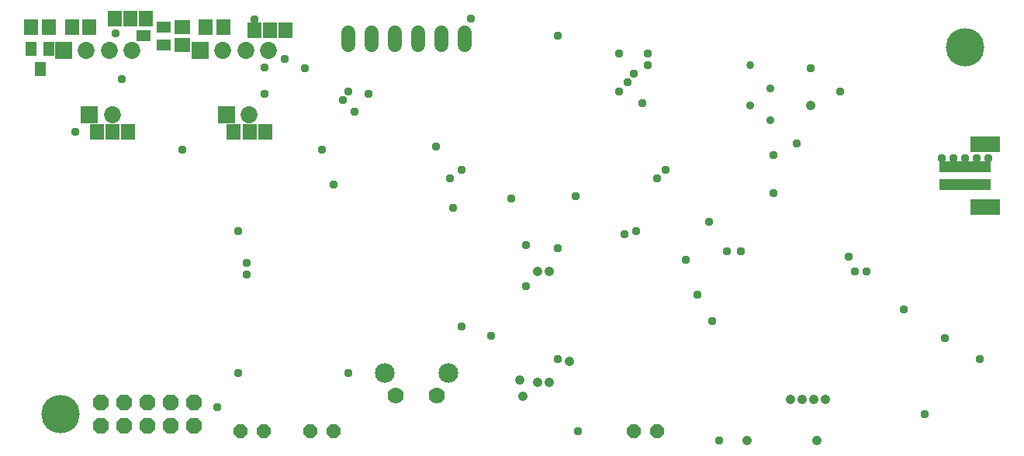
<source format=gbr>
G04 EAGLE Gerber RS-274X export*
G75*
%MOMM*%
%FSLAX34Y34*%
%LPD*%
%AMOC8*
5,1,8,0,0,1.08239X$1,22.5*%
G01*
%ADD10C,4.191000*%
%ADD11P,1.869504X8X22.500000*%
%ADD12C,1.524000*%
%ADD13R,5.703200X1.203200*%
%ADD14R,3.203200X1.803200*%
%ADD15R,1.853200X1.853200*%
%ADD16C,1.853200*%
%ADD17P,1.649562X8X22.500000*%
%ADD18C,1.778200*%
%ADD19C,2.153200*%
%ADD20R,1.503200X1.703200*%
%ADD21R,1.603200X1.203200*%
%ADD22R,1.703200X1.503200*%
%ADD23R,1.203200X1.603200*%
%ADD24C,0.959600*%
%ADD25C,1.059600*%
%ADD26C,0.909600*%
%ADD27C,0.859600*%


D10*
X1038225Y450850D03*
X50800Y50800D03*
D11*
X95250Y38100D03*
X120650Y38100D03*
X146050Y38100D03*
X171450Y38100D03*
X196850Y38100D03*
X95250Y63500D03*
X120650Y63500D03*
X146050Y63500D03*
X171450Y63500D03*
X196850Y63500D03*
D12*
X365125Y453771D02*
X365125Y466979D01*
X390525Y466979D02*
X390525Y453771D01*
X415925Y453771D02*
X415925Y466979D01*
X441325Y466979D02*
X441325Y453771D01*
X466725Y453771D02*
X466725Y466979D01*
X492125Y466979D02*
X492125Y453771D01*
D13*
X1038225Y321150D03*
X1038225Y301150D03*
D14*
X1060225Y345150D03*
X1060225Y277150D03*
D15*
X231775Y377825D03*
D16*
X256775Y377825D03*
D15*
X203200Y447675D03*
D16*
X228200Y447675D03*
X253200Y447675D03*
X278200Y447675D03*
D15*
X82550Y377825D03*
D16*
X107550Y377825D03*
D15*
X53975Y447675D03*
D16*
X78975Y447675D03*
X103975Y447675D03*
X128975Y447675D03*
D17*
X323850Y31750D03*
X349250Y31750D03*
X676275Y31750D03*
X701675Y31750D03*
X247650Y31750D03*
X273050Y31750D03*
D18*
X462000Y71075D03*
X417000Y71075D03*
D19*
X474500Y96075D03*
X404500Y96075D03*
D20*
X240175Y358775D03*
X257175Y358775D03*
X274175Y358775D03*
X90950Y358775D03*
X107950Y358775D03*
X124950Y358775D03*
X262400Y469900D03*
X279400Y469900D03*
X296400Y469900D03*
X110000Y482600D03*
X127000Y482600D03*
X144000Y482600D03*
D21*
X141400Y463550D03*
X163400Y454050D03*
X163400Y473050D03*
D20*
X228575Y473075D03*
X209575Y473075D03*
D22*
X184150Y473050D03*
X184150Y454050D03*
D23*
X28575Y427150D03*
X38075Y449150D03*
X19075Y449150D03*
D20*
X82525Y473075D03*
X63525Y473075D03*
X19075Y473075D03*
X38075Y473075D03*
D24*
X762000Y152400D03*
D25*
X869950Y387350D03*
X847725Y66675D03*
X860425Y66675D03*
X873125Y66675D03*
X885825Y66675D03*
X800100Y22225D03*
X876300Y22225D03*
X606425Y107950D03*
X571500Y85725D03*
X584200Y85725D03*
X571500Y206375D03*
X584200Y206375D03*
D24*
X498475Y482600D03*
X901700Y403225D03*
X869950Y428625D03*
X854075Y346075D03*
X222250Y58420D03*
X615950Y31750D03*
X520700Y136525D03*
X558800Y234950D03*
X558800Y190500D03*
X542900Y285775D03*
X612775Y288925D03*
X758825Y260350D03*
X828675Y292100D03*
X828675Y333400D03*
X479425Y276225D03*
X460375Y342900D03*
X365125Y95250D03*
X660400Y444500D03*
X387350Y400276D03*
X111125Y466725D03*
X262400Y481475D03*
X117475Y416151D03*
X66675Y358775D03*
X930275Y206375D03*
X593750Y463550D03*
X371475Y381000D03*
X254000Y203200D03*
X358775Y393700D03*
X254000Y215900D03*
X692150Y431800D03*
X910999Y222250D03*
X692150Y444500D03*
X917575Y206375D03*
D26*
X825500Y371475D03*
X825500Y406400D03*
D27*
X803275Y431800D03*
D26*
X803275Y387350D03*
D24*
X711200Y317500D03*
X488950Y317500D03*
X701675Y307975D03*
X476250Y307975D03*
X685800Y390525D03*
X365125Y403225D03*
X676275Y422275D03*
X660400Y403225D03*
X317500Y428625D03*
X669699Y412750D03*
X733425Y219075D03*
X971550Y165100D03*
X1054075Y111125D03*
X993775Y50800D03*
X1016000Y133350D03*
X769975Y22225D03*
X244475Y250825D03*
X244475Y95250D03*
X666750Y247424D03*
X777875Y228600D03*
X679450Y250825D03*
X793750Y228826D03*
X336550Y339725D03*
X184150Y339725D03*
X1063625Y330200D03*
X1012825Y330200D03*
X1038225Y330200D03*
X1025525Y330200D03*
X1050925Y330200D03*
X746125Y180975D03*
X488950Y146050D03*
X593725Y111125D03*
X593725Y231775D03*
X349250Y301625D03*
D25*
X552450Y88174D03*
X555625Y69850D03*
D24*
X273835Y400835D03*
X295275Y438150D03*
X273835Y429410D03*
M02*

</source>
